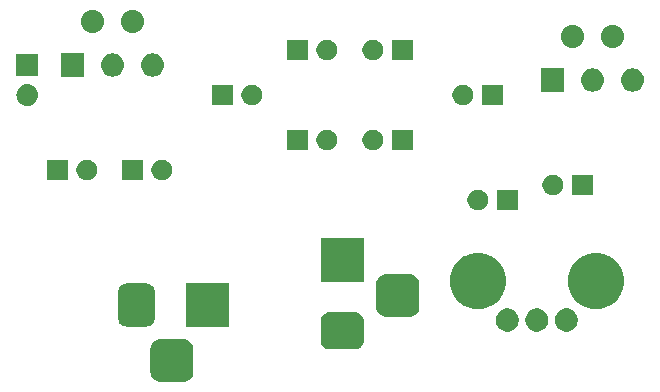
<source format=gbs>
G04 #@! TF.GenerationSoftware,KiCad,Pcbnew,5.0.2+dfsg1-1~bpo9+1*
G04 #@! TF.CreationDate,2020-02-19T00:58:44-05:00*
G04 #@! TF.ProjectId,pcb_amp,7063625f-616d-4702-9e6b-696361645f70,rev?*
G04 #@! TF.SameCoordinates,Original*
G04 #@! TF.FileFunction,Soldermask,Bot*
G04 #@! TF.FilePolarity,Negative*
%FSLAX46Y46*%
G04 Gerber Fmt 4.6, Leading zero omitted, Abs format (unit mm)*
G04 Created by KiCad (PCBNEW 5.0.2+dfsg1-1~bpo9+1) date Wed 19 Feb 2020 12:58:44 AM EST*
%MOMM*%
%LPD*%
G01*
G04 APERTURE LIST*
%ADD10C,0.100000*%
G04 APERTURE END LIST*
D10*
G36*
X121301630Y-109571097D02*
X121468113Y-109621599D01*
X121621545Y-109703610D01*
X121756025Y-109813975D01*
X121866390Y-109948455D01*
X121948401Y-110101887D01*
X121998903Y-110268370D01*
X122016200Y-110443991D01*
X122016200Y-112316009D01*
X121998903Y-112491630D01*
X121948401Y-112658113D01*
X121866390Y-112811545D01*
X121756025Y-112946025D01*
X121621545Y-113056390D01*
X121468113Y-113138401D01*
X121301630Y-113188903D01*
X121126009Y-113206200D01*
X119253991Y-113206200D01*
X119078370Y-113188903D01*
X118911887Y-113138401D01*
X118758455Y-113056390D01*
X118623975Y-112946025D01*
X118513610Y-112811545D01*
X118431599Y-112658113D01*
X118381097Y-112491630D01*
X118363800Y-112316009D01*
X118363800Y-110443991D01*
X118381097Y-110268370D01*
X118431599Y-110101887D01*
X118513610Y-109948455D01*
X118623975Y-109813975D01*
X118758455Y-109703610D01*
X118911887Y-109621599D01*
X119078370Y-109571097D01*
X119253991Y-109553800D01*
X121126009Y-109553800D01*
X121301630Y-109571097D01*
X121301630Y-109571097D01*
G37*
G36*
X135832243Y-107308695D02*
X135975279Y-107352085D01*
X136107098Y-107422543D01*
X136222636Y-107517364D01*
X136317457Y-107632902D01*
X136387915Y-107764721D01*
X136431305Y-107907757D01*
X136446200Y-108058991D01*
X136446200Y-109681009D01*
X136431305Y-109832243D01*
X136387915Y-109975279D01*
X136317457Y-110107098D01*
X136222636Y-110222636D01*
X136107098Y-110317457D01*
X135975279Y-110387915D01*
X135832243Y-110431305D01*
X135681009Y-110446200D01*
X133558991Y-110446200D01*
X133407757Y-110431305D01*
X133264721Y-110387915D01*
X133132902Y-110317457D01*
X133017364Y-110222636D01*
X132922543Y-110107098D01*
X132852085Y-109975279D01*
X132808695Y-109832243D01*
X132793800Y-109681009D01*
X132793800Y-108058991D01*
X132808695Y-107907757D01*
X132852085Y-107764721D01*
X132922543Y-107632902D01*
X133017364Y-107517364D01*
X133132902Y-107422543D01*
X133264721Y-107352085D01*
X133407757Y-107308695D01*
X133558991Y-107293800D01*
X135681009Y-107293800D01*
X135832243Y-107308695D01*
X135832243Y-107308695D01*
G37*
G36*
X153874749Y-107011315D02*
X154052402Y-107084902D01*
X154052404Y-107084903D01*
X154212291Y-107191736D01*
X154348264Y-107327709D01*
X154414354Y-107426619D01*
X154455098Y-107487598D01*
X154528685Y-107665251D01*
X154566200Y-107853853D01*
X154566200Y-108046147D01*
X154528685Y-108234749D01*
X154508849Y-108282636D01*
X154455097Y-108412404D01*
X154348264Y-108572291D01*
X154212291Y-108708264D01*
X154052404Y-108815097D01*
X154052403Y-108815098D01*
X154052402Y-108815098D01*
X153874749Y-108888685D01*
X153686147Y-108926200D01*
X153493853Y-108926200D01*
X153305251Y-108888685D01*
X153127598Y-108815098D01*
X153127597Y-108815098D01*
X153127596Y-108815097D01*
X152967709Y-108708264D01*
X152831736Y-108572291D01*
X152724903Y-108412404D01*
X152671151Y-108282636D01*
X152651315Y-108234749D01*
X152613800Y-108046147D01*
X152613800Y-107853853D01*
X152651315Y-107665251D01*
X152724902Y-107487598D01*
X152765647Y-107426619D01*
X152831736Y-107327709D01*
X152967709Y-107191736D01*
X153127596Y-107084903D01*
X153127598Y-107084902D01*
X153305251Y-107011315D01*
X153493853Y-106973800D01*
X153686147Y-106973800D01*
X153874749Y-107011315D01*
X153874749Y-107011315D01*
G37*
G36*
X151374749Y-107011315D02*
X151552402Y-107084902D01*
X151552404Y-107084903D01*
X151712291Y-107191736D01*
X151848264Y-107327709D01*
X151914354Y-107426619D01*
X151955098Y-107487598D01*
X152028685Y-107665251D01*
X152066200Y-107853853D01*
X152066200Y-108046147D01*
X152028685Y-108234749D01*
X152008849Y-108282636D01*
X151955097Y-108412404D01*
X151848264Y-108572291D01*
X151712291Y-108708264D01*
X151552404Y-108815097D01*
X151552403Y-108815098D01*
X151552402Y-108815098D01*
X151374749Y-108888685D01*
X151186147Y-108926200D01*
X150993853Y-108926200D01*
X150805251Y-108888685D01*
X150627598Y-108815098D01*
X150627597Y-108815098D01*
X150627596Y-108815097D01*
X150467709Y-108708264D01*
X150331736Y-108572291D01*
X150224903Y-108412404D01*
X150171151Y-108282636D01*
X150151315Y-108234749D01*
X150113800Y-108046147D01*
X150113800Y-107853853D01*
X150151315Y-107665251D01*
X150224902Y-107487598D01*
X150265647Y-107426619D01*
X150331736Y-107327709D01*
X150467709Y-107191736D01*
X150627596Y-107084903D01*
X150627598Y-107084902D01*
X150805251Y-107011315D01*
X150993853Y-106973800D01*
X151186147Y-106973800D01*
X151374749Y-107011315D01*
X151374749Y-107011315D01*
G37*
G36*
X148874749Y-107011315D02*
X149052402Y-107084902D01*
X149052404Y-107084903D01*
X149212291Y-107191736D01*
X149348264Y-107327709D01*
X149414354Y-107426619D01*
X149455098Y-107487598D01*
X149528685Y-107665251D01*
X149566200Y-107853853D01*
X149566200Y-108046147D01*
X149528685Y-108234749D01*
X149508849Y-108282636D01*
X149455097Y-108412404D01*
X149348264Y-108572291D01*
X149212291Y-108708264D01*
X149052404Y-108815097D01*
X149052403Y-108815098D01*
X149052402Y-108815098D01*
X148874749Y-108888685D01*
X148686147Y-108926200D01*
X148493853Y-108926200D01*
X148305251Y-108888685D01*
X148127598Y-108815098D01*
X148127597Y-108815098D01*
X148127596Y-108815097D01*
X147967709Y-108708264D01*
X147831736Y-108572291D01*
X147724903Y-108412404D01*
X147671151Y-108282636D01*
X147651315Y-108234749D01*
X147613800Y-108046147D01*
X147613800Y-107853853D01*
X147651315Y-107665251D01*
X147724902Y-107487598D01*
X147765647Y-107426619D01*
X147831736Y-107327709D01*
X147967709Y-107191736D01*
X148127596Y-107084903D01*
X148127598Y-107084902D01*
X148305251Y-107011315D01*
X148493853Y-106973800D01*
X148686147Y-106973800D01*
X148874749Y-107011315D01*
X148874749Y-107011315D01*
G37*
G36*
X125016200Y-108506200D02*
X121363800Y-108506200D01*
X121363800Y-104853800D01*
X125016200Y-104853800D01*
X125016200Y-108506200D01*
X125016200Y-108506200D01*
G37*
G36*
X118152243Y-104868695D02*
X118295279Y-104912085D01*
X118427098Y-104982543D01*
X118542636Y-105077364D01*
X118637457Y-105192902D01*
X118707915Y-105324721D01*
X118751305Y-105467757D01*
X118766200Y-105618991D01*
X118766200Y-107741009D01*
X118751305Y-107892243D01*
X118707915Y-108035279D01*
X118637457Y-108167098D01*
X118542636Y-108282636D01*
X118427098Y-108377457D01*
X118295279Y-108447915D01*
X118152243Y-108491305D01*
X118001009Y-108506200D01*
X116378991Y-108506200D01*
X116227757Y-108491305D01*
X116084721Y-108447915D01*
X115952902Y-108377457D01*
X115837364Y-108282636D01*
X115742543Y-108167098D01*
X115672085Y-108035279D01*
X115628695Y-107892243D01*
X115613800Y-107741009D01*
X115613800Y-105618991D01*
X115628695Y-105467757D01*
X115672085Y-105324721D01*
X115742543Y-105192902D01*
X115837364Y-105077364D01*
X115952902Y-104982543D01*
X116084721Y-104912085D01*
X116227757Y-104868695D01*
X116378991Y-104853800D01*
X118001009Y-104853800D01*
X118152243Y-104868695D01*
X118152243Y-104868695D01*
G37*
G36*
X140431630Y-104061097D02*
X140598113Y-104111599D01*
X140751545Y-104193610D01*
X140886025Y-104303975D01*
X140996390Y-104438455D01*
X141078401Y-104591887D01*
X141128903Y-104758370D01*
X141146200Y-104933991D01*
X141146200Y-106806009D01*
X141128903Y-106981630D01*
X141078401Y-107148113D01*
X140996390Y-107301545D01*
X140886025Y-107436025D01*
X140751545Y-107546390D01*
X140598113Y-107628401D01*
X140431630Y-107678903D01*
X140256009Y-107696200D01*
X138383991Y-107696200D01*
X138208370Y-107678903D01*
X138041887Y-107628401D01*
X137888455Y-107546390D01*
X137753975Y-107436025D01*
X137643610Y-107301545D01*
X137561599Y-107148113D01*
X137511097Y-106981630D01*
X137493800Y-106806009D01*
X137493800Y-104933991D01*
X137511097Y-104758370D01*
X137561599Y-104591887D01*
X137643610Y-104438455D01*
X137753975Y-104303975D01*
X137888455Y-104193610D01*
X138041887Y-104111599D01*
X138208370Y-104061097D01*
X138383991Y-104043800D01*
X140256009Y-104043800D01*
X140431630Y-104061097D01*
X140431630Y-104061097D01*
G37*
G36*
X156783114Y-102365116D02*
X157117585Y-102503659D01*
X157215553Y-102544239D01*
X157604739Y-102804285D01*
X157935715Y-103135261D01*
X158195761Y-103524447D01*
X158195762Y-103524450D01*
X158374884Y-103956886D01*
X158466200Y-104415965D01*
X158466200Y-104884035D01*
X158374884Y-105343114D01*
X158314808Y-105488149D01*
X158195761Y-105775553D01*
X157935715Y-106164739D01*
X157604739Y-106495715D01*
X157215553Y-106755761D01*
X157149551Y-106783100D01*
X156783114Y-106934884D01*
X156324035Y-107026200D01*
X155855965Y-107026200D01*
X155396886Y-106934884D01*
X155030449Y-106783100D01*
X154964447Y-106755761D01*
X154575261Y-106495715D01*
X154244285Y-106164739D01*
X153984239Y-105775553D01*
X153865192Y-105488149D01*
X153805116Y-105343114D01*
X153713800Y-104884035D01*
X153713800Y-104415965D01*
X153805116Y-103956886D01*
X153984238Y-103524450D01*
X153984239Y-103524447D01*
X154244285Y-103135261D01*
X154575261Y-102804285D01*
X154964447Y-102544239D01*
X155062415Y-102503659D01*
X155396886Y-102365116D01*
X155855965Y-102273800D01*
X156324035Y-102273800D01*
X156783114Y-102365116D01*
X156783114Y-102365116D01*
G37*
G36*
X146783114Y-102365116D02*
X147117585Y-102503659D01*
X147215553Y-102544239D01*
X147604739Y-102804285D01*
X147935715Y-103135261D01*
X148195761Y-103524447D01*
X148195762Y-103524450D01*
X148374884Y-103956886D01*
X148466200Y-104415965D01*
X148466200Y-104884035D01*
X148374884Y-105343114D01*
X148314808Y-105488149D01*
X148195761Y-105775553D01*
X147935715Y-106164739D01*
X147604739Y-106495715D01*
X147215553Y-106755761D01*
X147149551Y-106783100D01*
X146783114Y-106934884D01*
X146324035Y-107026200D01*
X145855965Y-107026200D01*
X145396886Y-106934884D01*
X145030449Y-106783100D01*
X144964447Y-106755761D01*
X144575261Y-106495715D01*
X144244285Y-106164739D01*
X143984239Y-105775553D01*
X143865192Y-105488149D01*
X143805116Y-105343114D01*
X143713800Y-104884035D01*
X143713800Y-104415965D01*
X143805116Y-103956886D01*
X143984238Y-103524450D01*
X143984239Y-103524447D01*
X144244285Y-103135261D01*
X144575261Y-102804285D01*
X144964447Y-102544239D01*
X145062415Y-102503659D01*
X145396886Y-102365116D01*
X145855965Y-102273800D01*
X146324035Y-102273800D01*
X146783114Y-102365116D01*
X146783114Y-102365116D01*
G37*
G36*
X136446200Y-104696200D02*
X132793800Y-104696200D01*
X132793800Y-101043800D01*
X136446200Y-101043800D01*
X136446200Y-104696200D01*
X136446200Y-104696200D01*
G37*
G36*
X149466200Y-98666200D02*
X147713800Y-98666200D01*
X147713800Y-96913800D01*
X149466200Y-96913800D01*
X149466200Y-98666200D01*
X149466200Y-98666200D01*
G37*
G36*
X146345578Y-96947471D02*
X146505037Y-97013521D01*
X146648545Y-97109411D01*
X146770589Y-97231455D01*
X146866479Y-97374963D01*
X146932529Y-97534422D01*
X146966200Y-97703702D01*
X146966200Y-97876298D01*
X146932529Y-98045578D01*
X146866479Y-98205037D01*
X146770589Y-98348545D01*
X146648545Y-98470589D01*
X146505037Y-98566479D01*
X146345578Y-98632529D01*
X146176298Y-98666200D01*
X146003702Y-98666200D01*
X145834422Y-98632529D01*
X145674963Y-98566479D01*
X145531455Y-98470589D01*
X145409411Y-98348545D01*
X145313521Y-98205037D01*
X145247471Y-98045578D01*
X145213800Y-97876298D01*
X145213800Y-97703702D01*
X145247471Y-97534422D01*
X145313521Y-97374963D01*
X145409411Y-97231455D01*
X145531455Y-97109411D01*
X145674963Y-97013521D01*
X145834422Y-96947471D01*
X146003702Y-96913800D01*
X146176298Y-96913800D01*
X146345578Y-96947471D01*
X146345578Y-96947471D01*
G37*
G36*
X152695578Y-95677471D02*
X152855037Y-95743521D01*
X152998545Y-95839411D01*
X153120589Y-95961455D01*
X153216479Y-96104963D01*
X153282529Y-96264422D01*
X153316200Y-96433702D01*
X153316200Y-96606298D01*
X153282529Y-96775578D01*
X153216479Y-96935037D01*
X153120589Y-97078545D01*
X152998545Y-97200589D01*
X152855037Y-97296479D01*
X152695578Y-97362529D01*
X152526298Y-97396200D01*
X152353702Y-97396200D01*
X152184422Y-97362529D01*
X152024963Y-97296479D01*
X151881455Y-97200589D01*
X151759411Y-97078545D01*
X151663521Y-96935037D01*
X151597471Y-96775578D01*
X151563800Y-96606298D01*
X151563800Y-96433702D01*
X151597471Y-96264422D01*
X151663521Y-96104963D01*
X151759411Y-95961455D01*
X151881455Y-95839411D01*
X152024963Y-95743521D01*
X152184422Y-95677471D01*
X152353702Y-95643800D01*
X152526298Y-95643800D01*
X152695578Y-95677471D01*
X152695578Y-95677471D01*
G37*
G36*
X155816200Y-97396200D02*
X154063800Y-97396200D01*
X154063800Y-95643800D01*
X155816200Y-95643800D01*
X155816200Y-97396200D01*
X155816200Y-97396200D01*
G37*
G36*
X119595578Y-94407471D02*
X119755037Y-94473521D01*
X119898545Y-94569411D01*
X120020589Y-94691455D01*
X120116479Y-94834963D01*
X120182529Y-94994422D01*
X120216200Y-95163702D01*
X120216200Y-95336298D01*
X120182529Y-95505578D01*
X120116479Y-95665037D01*
X120020589Y-95808545D01*
X119898545Y-95930589D01*
X119755037Y-96026479D01*
X119595578Y-96092529D01*
X119426298Y-96126200D01*
X119253702Y-96126200D01*
X119084422Y-96092529D01*
X118924963Y-96026479D01*
X118781455Y-95930589D01*
X118659411Y-95808545D01*
X118563521Y-95665037D01*
X118497471Y-95505578D01*
X118463800Y-95336298D01*
X118463800Y-95163702D01*
X118497471Y-94994422D01*
X118563521Y-94834963D01*
X118659411Y-94691455D01*
X118781455Y-94569411D01*
X118924963Y-94473521D01*
X119084422Y-94407471D01*
X119253702Y-94373800D01*
X119426298Y-94373800D01*
X119595578Y-94407471D01*
X119595578Y-94407471D01*
G37*
G36*
X117716200Y-96126200D02*
X115963800Y-96126200D01*
X115963800Y-94373800D01*
X117716200Y-94373800D01*
X117716200Y-96126200D01*
X117716200Y-96126200D01*
G37*
G36*
X113245578Y-94407471D02*
X113405037Y-94473521D01*
X113548545Y-94569411D01*
X113670589Y-94691455D01*
X113766479Y-94834963D01*
X113832529Y-94994422D01*
X113866200Y-95163702D01*
X113866200Y-95336298D01*
X113832529Y-95505578D01*
X113766479Y-95665037D01*
X113670589Y-95808545D01*
X113548545Y-95930589D01*
X113405037Y-96026479D01*
X113245578Y-96092529D01*
X113076298Y-96126200D01*
X112903702Y-96126200D01*
X112734422Y-96092529D01*
X112574963Y-96026479D01*
X112431455Y-95930589D01*
X112309411Y-95808545D01*
X112213521Y-95665037D01*
X112147471Y-95505578D01*
X112113800Y-95336298D01*
X112113800Y-95163702D01*
X112147471Y-94994422D01*
X112213521Y-94834963D01*
X112309411Y-94691455D01*
X112431455Y-94569411D01*
X112574963Y-94473521D01*
X112734422Y-94407471D01*
X112903702Y-94373800D01*
X113076298Y-94373800D01*
X113245578Y-94407471D01*
X113245578Y-94407471D01*
G37*
G36*
X111366200Y-96126200D02*
X109613800Y-96126200D01*
X109613800Y-94373800D01*
X111366200Y-94373800D01*
X111366200Y-96126200D01*
X111366200Y-96126200D01*
G37*
G36*
X133565578Y-91867471D02*
X133725037Y-91933521D01*
X133868545Y-92029411D01*
X133990589Y-92151455D01*
X134086479Y-92294963D01*
X134152529Y-92454422D01*
X134186200Y-92623702D01*
X134186200Y-92796298D01*
X134152529Y-92965578D01*
X134086479Y-93125037D01*
X133990589Y-93268545D01*
X133868545Y-93390589D01*
X133725037Y-93486479D01*
X133565578Y-93552529D01*
X133396298Y-93586200D01*
X133223702Y-93586200D01*
X133054422Y-93552529D01*
X132894963Y-93486479D01*
X132751455Y-93390589D01*
X132629411Y-93268545D01*
X132533521Y-93125037D01*
X132467471Y-92965578D01*
X132433800Y-92796298D01*
X132433800Y-92623702D01*
X132467471Y-92454422D01*
X132533521Y-92294963D01*
X132629411Y-92151455D01*
X132751455Y-92029411D01*
X132894963Y-91933521D01*
X133054422Y-91867471D01*
X133223702Y-91833800D01*
X133396298Y-91833800D01*
X133565578Y-91867471D01*
X133565578Y-91867471D01*
G37*
G36*
X131686200Y-93586200D02*
X129933800Y-93586200D01*
X129933800Y-91833800D01*
X131686200Y-91833800D01*
X131686200Y-93586200D01*
X131686200Y-93586200D01*
G37*
G36*
X140576200Y-93586200D02*
X138823800Y-93586200D01*
X138823800Y-91833800D01*
X140576200Y-91833800D01*
X140576200Y-93586200D01*
X140576200Y-93586200D01*
G37*
G36*
X137455578Y-91867471D02*
X137615037Y-91933521D01*
X137758545Y-92029411D01*
X137880589Y-92151455D01*
X137976479Y-92294963D01*
X138042529Y-92454422D01*
X138076200Y-92623702D01*
X138076200Y-92796298D01*
X138042529Y-92965578D01*
X137976479Y-93125037D01*
X137880589Y-93268545D01*
X137758545Y-93390589D01*
X137615037Y-93486479D01*
X137455578Y-93552529D01*
X137286298Y-93586200D01*
X137113702Y-93586200D01*
X136944422Y-93552529D01*
X136784963Y-93486479D01*
X136641455Y-93390589D01*
X136519411Y-93268545D01*
X136423521Y-93125037D01*
X136357471Y-92965578D01*
X136323800Y-92796298D01*
X136323800Y-92623702D01*
X136357471Y-92454422D01*
X136423521Y-92294963D01*
X136519411Y-92151455D01*
X136641455Y-92029411D01*
X136784963Y-91933521D01*
X136944422Y-91867471D01*
X137113702Y-91833800D01*
X137286298Y-91833800D01*
X137455578Y-91867471D01*
X137455578Y-91867471D01*
G37*
G36*
X108131563Y-87987201D02*
X108131566Y-87987202D01*
X108131567Y-87987202D01*
X108306156Y-88040163D01*
X108467059Y-88126167D01*
X108608091Y-88241909D01*
X108723833Y-88382941D01*
X108778365Y-88484964D01*
X108809837Y-88543844D01*
X108862799Y-88718437D01*
X108880682Y-88900000D01*
X108862799Y-89081563D01*
X108862798Y-89081566D01*
X108862798Y-89081567D01*
X108809837Y-89256156D01*
X108723833Y-89417059D01*
X108608091Y-89558091D01*
X108467059Y-89673833D01*
X108306156Y-89759837D01*
X108131567Y-89812798D01*
X108131566Y-89812798D01*
X108131563Y-89812799D01*
X107995501Y-89826200D01*
X107904499Y-89826200D01*
X107768437Y-89812799D01*
X107768434Y-89812798D01*
X107768433Y-89812798D01*
X107593844Y-89759837D01*
X107432941Y-89673833D01*
X107291909Y-89558091D01*
X107176167Y-89417059D01*
X107090163Y-89256156D01*
X107037202Y-89081567D01*
X107037202Y-89081566D01*
X107037201Y-89081563D01*
X107019318Y-88900000D01*
X107037201Y-88718437D01*
X107090163Y-88543844D01*
X107121635Y-88484964D01*
X107176167Y-88382941D01*
X107291909Y-88241909D01*
X107432941Y-88126167D01*
X107593844Y-88040163D01*
X107768433Y-87987202D01*
X107768434Y-87987202D01*
X107768437Y-87987201D01*
X107904499Y-87973800D01*
X107995501Y-87973800D01*
X108131563Y-87987201D01*
X108131563Y-87987201D01*
G37*
G36*
X145075578Y-88057471D02*
X145235037Y-88123521D01*
X145378545Y-88219411D01*
X145500589Y-88341455D01*
X145596479Y-88484963D01*
X145662529Y-88644422D01*
X145696200Y-88813702D01*
X145696200Y-88986298D01*
X145662529Y-89155578D01*
X145596479Y-89315037D01*
X145500589Y-89458545D01*
X145378545Y-89580589D01*
X145235037Y-89676479D01*
X145075578Y-89742529D01*
X144906298Y-89776200D01*
X144733702Y-89776200D01*
X144564422Y-89742529D01*
X144404963Y-89676479D01*
X144261455Y-89580589D01*
X144139411Y-89458545D01*
X144043521Y-89315037D01*
X143977471Y-89155578D01*
X143943800Y-88986298D01*
X143943800Y-88813702D01*
X143977471Y-88644422D01*
X144043521Y-88484963D01*
X144139411Y-88341455D01*
X144261455Y-88219411D01*
X144404963Y-88123521D01*
X144564422Y-88057471D01*
X144733702Y-88023800D01*
X144906298Y-88023800D01*
X145075578Y-88057471D01*
X145075578Y-88057471D01*
G37*
G36*
X148196200Y-89776200D02*
X146443800Y-89776200D01*
X146443800Y-88023800D01*
X148196200Y-88023800D01*
X148196200Y-89776200D01*
X148196200Y-89776200D01*
G37*
G36*
X127215578Y-88057471D02*
X127375037Y-88123521D01*
X127518545Y-88219411D01*
X127640589Y-88341455D01*
X127736479Y-88484963D01*
X127802529Y-88644422D01*
X127836200Y-88813702D01*
X127836200Y-88986298D01*
X127802529Y-89155578D01*
X127736479Y-89315037D01*
X127640589Y-89458545D01*
X127518545Y-89580589D01*
X127375037Y-89676479D01*
X127215578Y-89742529D01*
X127046298Y-89776200D01*
X126873702Y-89776200D01*
X126704422Y-89742529D01*
X126544963Y-89676479D01*
X126401455Y-89580589D01*
X126279411Y-89458545D01*
X126183521Y-89315037D01*
X126117471Y-89155578D01*
X126083800Y-88986298D01*
X126083800Y-88813702D01*
X126117471Y-88644422D01*
X126183521Y-88484963D01*
X126279411Y-88341455D01*
X126401455Y-88219411D01*
X126544963Y-88123521D01*
X126704422Y-88057471D01*
X126873702Y-88023800D01*
X127046298Y-88023800D01*
X127215578Y-88057471D01*
X127215578Y-88057471D01*
G37*
G36*
X125336200Y-89776200D02*
X123583800Y-89776200D01*
X123583800Y-88023800D01*
X125336200Y-88023800D01*
X125336200Y-89776200D01*
X125336200Y-89776200D01*
G37*
G36*
X153376200Y-88606200D02*
X151423800Y-88606200D01*
X151423800Y-86653800D01*
X153376200Y-86653800D01*
X153376200Y-88606200D01*
X153376200Y-88606200D01*
G37*
G36*
X155991365Y-86667924D02*
X155991368Y-86667925D01*
X155991369Y-86667925D01*
X156175383Y-86723745D01*
X156344972Y-86814392D01*
X156493617Y-86936383D01*
X156615608Y-87085028D01*
X156706255Y-87254617D01*
X156726718Y-87322075D01*
X156762076Y-87438635D01*
X156780924Y-87630000D01*
X156762076Y-87821365D01*
X156762075Y-87821368D01*
X156762075Y-87821369D01*
X156706255Y-88005383D01*
X156615608Y-88174972D01*
X156493617Y-88323617D01*
X156344972Y-88445608D01*
X156175383Y-88536255D01*
X155991369Y-88592075D01*
X155991368Y-88592075D01*
X155991365Y-88592076D01*
X155847960Y-88606200D01*
X155752040Y-88606200D01*
X155608635Y-88592076D01*
X155608632Y-88592075D01*
X155608631Y-88592075D01*
X155424617Y-88536255D01*
X155255028Y-88445608D01*
X155106383Y-88323617D01*
X154984392Y-88174972D01*
X154893745Y-88005383D01*
X154837925Y-87821369D01*
X154837925Y-87821368D01*
X154837924Y-87821365D01*
X154819076Y-87630000D01*
X154837924Y-87438635D01*
X154873282Y-87322075D01*
X154893745Y-87254617D01*
X154984392Y-87085028D01*
X155106383Y-86936383D01*
X155255028Y-86814392D01*
X155424617Y-86723745D01*
X155608631Y-86667925D01*
X155608632Y-86667925D01*
X155608635Y-86667924D01*
X155752040Y-86653800D01*
X155847960Y-86653800D01*
X155991365Y-86667924D01*
X155991365Y-86667924D01*
G37*
G36*
X159391365Y-86667924D02*
X159391368Y-86667925D01*
X159391369Y-86667925D01*
X159575383Y-86723745D01*
X159744972Y-86814392D01*
X159893617Y-86936383D01*
X160015608Y-87085028D01*
X160106255Y-87254617D01*
X160126718Y-87322075D01*
X160162076Y-87438635D01*
X160180924Y-87630000D01*
X160162076Y-87821365D01*
X160162075Y-87821368D01*
X160162075Y-87821369D01*
X160106255Y-88005383D01*
X160015608Y-88174972D01*
X159893617Y-88323617D01*
X159744972Y-88445608D01*
X159575383Y-88536255D01*
X159391369Y-88592075D01*
X159391368Y-88592075D01*
X159391365Y-88592076D01*
X159247960Y-88606200D01*
X159152040Y-88606200D01*
X159008635Y-88592076D01*
X159008632Y-88592075D01*
X159008631Y-88592075D01*
X158824617Y-88536255D01*
X158655028Y-88445608D01*
X158506383Y-88323617D01*
X158384392Y-88174972D01*
X158293745Y-88005383D01*
X158237925Y-87821369D01*
X158237925Y-87821368D01*
X158237924Y-87821365D01*
X158219076Y-87630000D01*
X158237924Y-87438635D01*
X158273282Y-87322075D01*
X158293745Y-87254617D01*
X158384392Y-87085028D01*
X158506383Y-86936383D01*
X158655028Y-86814392D01*
X158824617Y-86723745D01*
X159008631Y-86667925D01*
X159008632Y-86667925D01*
X159008635Y-86667924D01*
X159152040Y-86653800D01*
X159247960Y-86653800D01*
X159391365Y-86667924D01*
X159391365Y-86667924D01*
G37*
G36*
X118751365Y-85397924D02*
X118751368Y-85397925D01*
X118751369Y-85397925D01*
X118935383Y-85453745D01*
X119104972Y-85544392D01*
X119253617Y-85666383D01*
X119375608Y-85815028D01*
X119466255Y-85984617D01*
X119466255Y-85984618D01*
X119522076Y-86168635D01*
X119540924Y-86360000D01*
X119522076Y-86551365D01*
X119522075Y-86551368D01*
X119522075Y-86551369D01*
X119466255Y-86735383D01*
X119375608Y-86904972D01*
X119253617Y-87053617D01*
X119104972Y-87175608D01*
X118935383Y-87266255D01*
X118751369Y-87322075D01*
X118751368Y-87322075D01*
X118751365Y-87322076D01*
X118607960Y-87336200D01*
X118512040Y-87336200D01*
X118368635Y-87322076D01*
X118368632Y-87322075D01*
X118368631Y-87322075D01*
X118184617Y-87266255D01*
X118015028Y-87175608D01*
X117866383Y-87053617D01*
X117744392Y-86904972D01*
X117653745Y-86735383D01*
X117597925Y-86551369D01*
X117597925Y-86551368D01*
X117597924Y-86551365D01*
X117579076Y-86360000D01*
X117597924Y-86168635D01*
X117653745Y-85984618D01*
X117653745Y-85984617D01*
X117744392Y-85815028D01*
X117866383Y-85666383D01*
X118015028Y-85544392D01*
X118184617Y-85453745D01*
X118368631Y-85397925D01*
X118368632Y-85397925D01*
X118368635Y-85397924D01*
X118512040Y-85383800D01*
X118607960Y-85383800D01*
X118751365Y-85397924D01*
X118751365Y-85397924D01*
G37*
G36*
X112736200Y-87336200D02*
X110783800Y-87336200D01*
X110783800Y-85383800D01*
X112736200Y-85383800D01*
X112736200Y-87336200D01*
X112736200Y-87336200D01*
G37*
G36*
X115351365Y-85397924D02*
X115351368Y-85397925D01*
X115351369Y-85397925D01*
X115535383Y-85453745D01*
X115704972Y-85544392D01*
X115853617Y-85666383D01*
X115975608Y-85815028D01*
X116066255Y-85984617D01*
X116066255Y-85984618D01*
X116122076Y-86168635D01*
X116140924Y-86360000D01*
X116122076Y-86551365D01*
X116122075Y-86551368D01*
X116122075Y-86551369D01*
X116066255Y-86735383D01*
X115975608Y-86904972D01*
X115853617Y-87053617D01*
X115704972Y-87175608D01*
X115535383Y-87266255D01*
X115351369Y-87322075D01*
X115351368Y-87322075D01*
X115351365Y-87322076D01*
X115207960Y-87336200D01*
X115112040Y-87336200D01*
X114968635Y-87322076D01*
X114968632Y-87322075D01*
X114968631Y-87322075D01*
X114784617Y-87266255D01*
X114615028Y-87175608D01*
X114466383Y-87053617D01*
X114344392Y-86904972D01*
X114253745Y-86735383D01*
X114197925Y-86551369D01*
X114197925Y-86551368D01*
X114197924Y-86551365D01*
X114179076Y-86360000D01*
X114197924Y-86168635D01*
X114253745Y-85984618D01*
X114253745Y-85984617D01*
X114344392Y-85815028D01*
X114466383Y-85666383D01*
X114615028Y-85544392D01*
X114784617Y-85453745D01*
X114968631Y-85397925D01*
X114968632Y-85397925D01*
X114968635Y-85397924D01*
X115112040Y-85383800D01*
X115207960Y-85383800D01*
X115351365Y-85397924D01*
X115351365Y-85397924D01*
G37*
G36*
X108876200Y-87286200D02*
X107023800Y-87286200D01*
X107023800Y-85433800D01*
X108876200Y-85433800D01*
X108876200Y-87286200D01*
X108876200Y-87286200D01*
G37*
G36*
X140576200Y-85966200D02*
X138823800Y-85966200D01*
X138823800Y-84213800D01*
X140576200Y-84213800D01*
X140576200Y-85966200D01*
X140576200Y-85966200D01*
G37*
G36*
X137455578Y-84247471D02*
X137615037Y-84313521D01*
X137758545Y-84409411D01*
X137880589Y-84531455D01*
X137976479Y-84674963D01*
X138042529Y-84834422D01*
X138076200Y-85003702D01*
X138076200Y-85176298D01*
X138042529Y-85345578D01*
X137976479Y-85505037D01*
X137880589Y-85648545D01*
X137758545Y-85770589D01*
X137615037Y-85866479D01*
X137455578Y-85932529D01*
X137286298Y-85966200D01*
X137113702Y-85966200D01*
X136944422Y-85932529D01*
X136784963Y-85866479D01*
X136641455Y-85770589D01*
X136519411Y-85648545D01*
X136423521Y-85505037D01*
X136357471Y-85345578D01*
X136323800Y-85176298D01*
X136323800Y-85003702D01*
X136357471Y-84834422D01*
X136423521Y-84674963D01*
X136519411Y-84531455D01*
X136641455Y-84409411D01*
X136784963Y-84313521D01*
X136944422Y-84247471D01*
X137113702Y-84213800D01*
X137286298Y-84213800D01*
X137455578Y-84247471D01*
X137455578Y-84247471D01*
G37*
G36*
X133565578Y-84247471D02*
X133725037Y-84313521D01*
X133868545Y-84409411D01*
X133990589Y-84531455D01*
X134086479Y-84674963D01*
X134152529Y-84834422D01*
X134186200Y-85003702D01*
X134186200Y-85176298D01*
X134152529Y-85345578D01*
X134086479Y-85505037D01*
X133990589Y-85648545D01*
X133868545Y-85770589D01*
X133725037Y-85866479D01*
X133565578Y-85932529D01*
X133396298Y-85966200D01*
X133223702Y-85966200D01*
X133054422Y-85932529D01*
X132894963Y-85866479D01*
X132751455Y-85770589D01*
X132629411Y-85648545D01*
X132533521Y-85505037D01*
X132467471Y-85345578D01*
X132433800Y-85176298D01*
X132433800Y-85003702D01*
X132467471Y-84834422D01*
X132533521Y-84674963D01*
X132629411Y-84531455D01*
X132751455Y-84409411D01*
X132894963Y-84313521D01*
X133054422Y-84247471D01*
X133223702Y-84213800D01*
X133396298Y-84213800D01*
X133565578Y-84247471D01*
X133565578Y-84247471D01*
G37*
G36*
X131686200Y-85966200D02*
X129933800Y-85966200D01*
X129933800Y-84213800D01*
X131686200Y-84213800D01*
X131686200Y-85966200D01*
X131686200Y-85966200D01*
G37*
G36*
X157691365Y-82967924D02*
X157691368Y-82967925D01*
X157691369Y-82967925D01*
X157875383Y-83023745D01*
X158044972Y-83114392D01*
X158193617Y-83236383D01*
X158315608Y-83385028D01*
X158406255Y-83554617D01*
X158406255Y-83554618D01*
X158462076Y-83738635D01*
X158480924Y-83930000D01*
X158462076Y-84121365D01*
X158462075Y-84121368D01*
X158462075Y-84121369D01*
X158406255Y-84305383D01*
X158315608Y-84474972D01*
X158193617Y-84623617D01*
X158044972Y-84745608D01*
X157875383Y-84836255D01*
X157691369Y-84892075D01*
X157691368Y-84892075D01*
X157691365Y-84892076D01*
X157547960Y-84906200D01*
X157452040Y-84906200D01*
X157308635Y-84892076D01*
X157308632Y-84892075D01*
X157308631Y-84892075D01*
X157124617Y-84836255D01*
X156955028Y-84745608D01*
X156806383Y-84623617D01*
X156684392Y-84474972D01*
X156593745Y-84305383D01*
X156537925Y-84121369D01*
X156537925Y-84121368D01*
X156537924Y-84121365D01*
X156519076Y-83930000D01*
X156537924Y-83738635D01*
X156593745Y-83554618D01*
X156593745Y-83554617D01*
X156684392Y-83385028D01*
X156806383Y-83236383D01*
X156955028Y-83114392D01*
X157124617Y-83023745D01*
X157308631Y-82967925D01*
X157308632Y-82967925D01*
X157308635Y-82967924D01*
X157452040Y-82953800D01*
X157547960Y-82953800D01*
X157691365Y-82967924D01*
X157691365Y-82967924D01*
G37*
G36*
X154291365Y-82967924D02*
X154291368Y-82967925D01*
X154291369Y-82967925D01*
X154475383Y-83023745D01*
X154644972Y-83114392D01*
X154793617Y-83236383D01*
X154915608Y-83385028D01*
X155006255Y-83554617D01*
X155006255Y-83554618D01*
X155062076Y-83738635D01*
X155080924Y-83930000D01*
X155062076Y-84121365D01*
X155062075Y-84121368D01*
X155062075Y-84121369D01*
X155006255Y-84305383D01*
X154915608Y-84474972D01*
X154793617Y-84623617D01*
X154644972Y-84745608D01*
X154475383Y-84836255D01*
X154291369Y-84892075D01*
X154291368Y-84892075D01*
X154291365Y-84892076D01*
X154147960Y-84906200D01*
X154052040Y-84906200D01*
X153908635Y-84892076D01*
X153908632Y-84892075D01*
X153908631Y-84892075D01*
X153724617Y-84836255D01*
X153555028Y-84745608D01*
X153406383Y-84623617D01*
X153284392Y-84474972D01*
X153193745Y-84305383D01*
X153137925Y-84121369D01*
X153137925Y-84121368D01*
X153137924Y-84121365D01*
X153119076Y-83930000D01*
X153137924Y-83738635D01*
X153193745Y-83554618D01*
X153193745Y-83554617D01*
X153284392Y-83385028D01*
X153406383Y-83236383D01*
X153555028Y-83114392D01*
X153724617Y-83023745D01*
X153908631Y-82967925D01*
X153908632Y-82967925D01*
X153908635Y-82967924D01*
X154052040Y-82953800D01*
X154147960Y-82953800D01*
X154291365Y-82967924D01*
X154291365Y-82967924D01*
G37*
G36*
X117051365Y-81697924D02*
X117051368Y-81697925D01*
X117051369Y-81697925D01*
X117235383Y-81753745D01*
X117404972Y-81844392D01*
X117553617Y-81966383D01*
X117675608Y-82115028D01*
X117766255Y-82284617D01*
X117766255Y-82284618D01*
X117822076Y-82468635D01*
X117840924Y-82660000D01*
X117822076Y-82851365D01*
X117822075Y-82851368D01*
X117822075Y-82851369D01*
X117766255Y-83035383D01*
X117675608Y-83204972D01*
X117553617Y-83353617D01*
X117404972Y-83475608D01*
X117235383Y-83566255D01*
X117051369Y-83622075D01*
X117051368Y-83622075D01*
X117051365Y-83622076D01*
X116907960Y-83636200D01*
X116812040Y-83636200D01*
X116668635Y-83622076D01*
X116668632Y-83622075D01*
X116668631Y-83622075D01*
X116484617Y-83566255D01*
X116315028Y-83475608D01*
X116166383Y-83353617D01*
X116044392Y-83204972D01*
X115953745Y-83035383D01*
X115897925Y-82851369D01*
X115897925Y-82851368D01*
X115897924Y-82851365D01*
X115879076Y-82660000D01*
X115897924Y-82468635D01*
X115953745Y-82284618D01*
X115953745Y-82284617D01*
X116044392Y-82115028D01*
X116166383Y-81966383D01*
X116315028Y-81844392D01*
X116484617Y-81753745D01*
X116668631Y-81697925D01*
X116668632Y-81697925D01*
X116668635Y-81697924D01*
X116812040Y-81683800D01*
X116907960Y-81683800D01*
X117051365Y-81697924D01*
X117051365Y-81697924D01*
G37*
G36*
X113651365Y-81697924D02*
X113651368Y-81697925D01*
X113651369Y-81697925D01*
X113835383Y-81753745D01*
X114004972Y-81844392D01*
X114153617Y-81966383D01*
X114275608Y-82115028D01*
X114366255Y-82284617D01*
X114366255Y-82284618D01*
X114422076Y-82468635D01*
X114440924Y-82660000D01*
X114422076Y-82851365D01*
X114422075Y-82851368D01*
X114422075Y-82851369D01*
X114366255Y-83035383D01*
X114275608Y-83204972D01*
X114153617Y-83353617D01*
X114004972Y-83475608D01*
X113835383Y-83566255D01*
X113651369Y-83622075D01*
X113651368Y-83622075D01*
X113651365Y-83622076D01*
X113507960Y-83636200D01*
X113412040Y-83636200D01*
X113268635Y-83622076D01*
X113268632Y-83622075D01*
X113268631Y-83622075D01*
X113084617Y-83566255D01*
X112915028Y-83475608D01*
X112766383Y-83353617D01*
X112644392Y-83204972D01*
X112553745Y-83035383D01*
X112497925Y-82851369D01*
X112497925Y-82851368D01*
X112497924Y-82851365D01*
X112479076Y-82660000D01*
X112497924Y-82468635D01*
X112553745Y-82284618D01*
X112553745Y-82284617D01*
X112644392Y-82115028D01*
X112766383Y-81966383D01*
X112915028Y-81844392D01*
X113084617Y-81753745D01*
X113268631Y-81697925D01*
X113268632Y-81697925D01*
X113268635Y-81697924D01*
X113412040Y-81683800D01*
X113507960Y-81683800D01*
X113651365Y-81697924D01*
X113651365Y-81697924D01*
G37*
M02*

</source>
